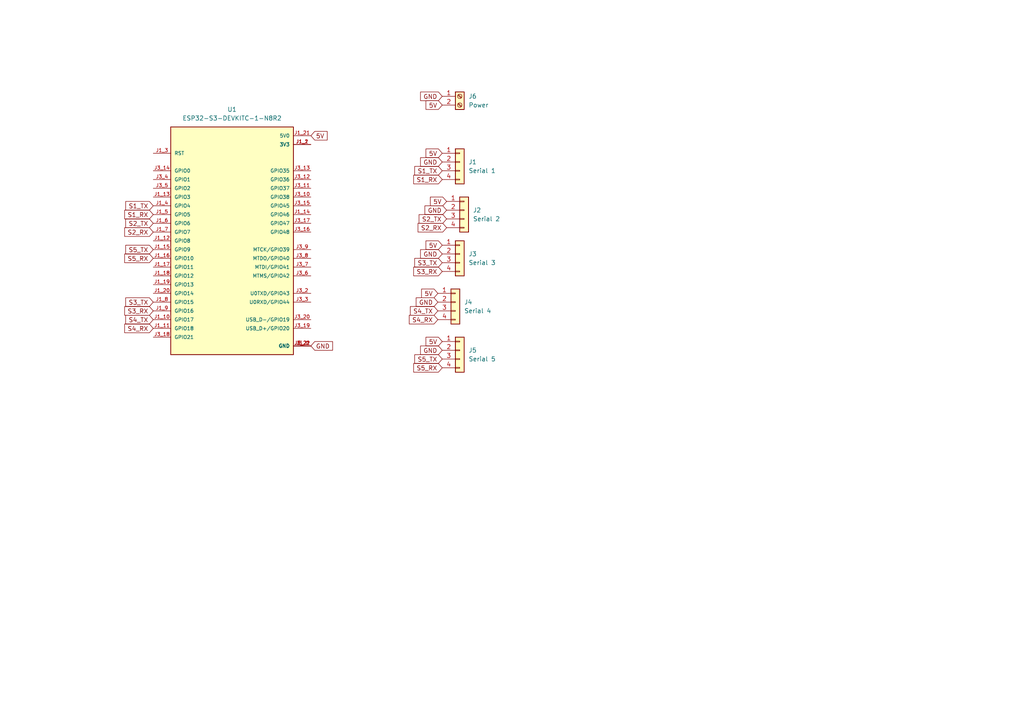
<source format=kicad_sch>
(kicad_sch (version 20250114) (generator "eeschema") (generator_version "9.0")
  (paper "A4")
  (lib_symbols
    (symbol "Connector:Screw_Terminal_01x02" (pin_names (offset 1.016) (hide yes))
      (property "Reference" "J" (at 0 2.54 0))
      (property "Value" "Screw_Terminal_01x02" (at 0 -5.08 0))
      (symbol "Screw_Terminal_01x02_1_1"
        (rectangle (start -1.27 1.27) (end 1.27 -3.81) (stroke (width 0.254)) (fill (type background)))
        (polyline (pts (xy -0.5334 0.3302) (xy 0.3302 -0.508)) (stroke (width 0.1524)))
        (polyline (pts (xy -0.5334 -2.2098) (xy 0.3302 -3.048)) (stroke (width 0.1524)))
        (polyline (pts (xy -0.3556 0.508) (xy 0.508 -0.3302)) (stroke (width 0.1524)))
        (polyline (pts (xy -0.3556 -2.032) (xy 0.508 -2.8702)) (stroke (width 0.1524)))
        (circle (center 0 0) (radius 0.635) (stroke (width 0.1524)))
        (circle (center 0 -2.54) (radius 0.635) (stroke (width 0.1524)))
        (pin passive line (at -5.08 0 0) (length 3.81) (name "Pin_1") (number "1"))
        (pin passive line (at -5.08 -2.54 0) (length 3.81) (name "Pin_2") (number "2"))
      )
    )
    (symbol "Connector_Generic:Conn_01x04" (pin_names (offset 1.016) (hide yes))
      (property "Reference" "J" (at 0 5.08 0))
      (property "Value" "Conn_01x04" (at 0 -7.62 0))
      (symbol "Conn_01x04_1_1"
        (rectangle (start -1.27 3.81) (end 1.27 -6.35) (stroke (width 0.254)) (fill (type background)))
        (rectangle (start -1.27 2.667) (end 0 2.413) (stroke (width 0.1524)))
        (rectangle (start -1.27 0.127) (end 0 -0.127) (stroke (width 0.1524)))
        (rectangle (start -1.27 -2.413) (end 0 -2.667) (stroke (width 0.1524)))
        (rectangle (start -1.27 -4.953) (end 0 -5.207) (stroke (width 0.1524)))
        (pin passive line (at -5.08 2.54 0) (length 3.81) (name "Pin_1") (number "1"))
        (pin passive line (at -5.08 0 0) (length 3.81) (name "Pin_2") (number "2"))
        (pin passive line (at -5.08 -2.54 0) (length 3.81) (name "Pin_3") (number "3"))
        (pin passive line (at -5.08 -5.08 0) (length 3.81) (name "Pin_4") (number "4"))
      )
    )
    (symbol "ESP32-S3-DEVKITC-1-N8R2:ESP32-S3-DEVKITC-1-N8R2" (pin_names (offset 1.016))
      (property "Reference" "U" (at -17.78 35.56 0))
      (property "Value" "ESP32-S3-DEVKITC-1-N8R2" (at -17.78 -35.56 0))
      (symbol "ESP32-S3-DEVKITC-1-N8R2_0_0"
        (rectangle (start -17.78 -33.02) (end 17.78 33.02) (stroke (width 0.254)) (fill (type background)))
        (pin input line (at -22.86 25.4 0) (length 5.08) (name "RST") (number "J1_3"))
        (pin bidirectional line (at -22.86 20.32 0) (length 5.08) (name "GPIO0") (number "J3_14"))
        (pin bidirectional line (at -22.86 17.78 0) (length 5.08) (name "GPIO1") (number "J3_4"))
        (pin bidirectional line (at -22.86 15.24 0) (length 5.08) (name "GPIO2") (number "J3_5"))
        (pin bidirectional line (at -22.86 12.7 0) (length 5.08) (name "GPIO3") (number "J1_13"))
        (pin bidirectional line (at -22.86 10.16 0) (length 5.08) (name "GPIO4") (number "J1_4"))
        (pin bidirectional line (at -22.86 7.62 0) (length 5.08) (name "GPIO5") (number "J1_5"))
        (pin bidirectional line (at -22.86 5.08 0) (length 5.08) (name "GPIO6") (number "J1_6"))
        (pin bidirectional line (at -22.86 2.54 0) (length 5.08) (name "GPIO7") (number "J1_7"))
        (pin bidirectional line (at -22.86 0 0) (length 5.08) (name "GPIO8") (number "J1_12"))
        (pin bidirectional line (at -22.86 -2.54 0) (length 5.08) (name "GPIO9") (number "J1_15"))
        (pin bidirectional line (at -22.86 -5.08 0) (length 5.08) (name "GPIO10") (number "J1_16"))
        (pin bidirectional line (at -22.86 -7.62 0) (length 5.08) (name "GPIO11") (number "J1_17"))
        (pin bidirectional line (at -22.86 -10.16 0) (length 5.08) (name "GPIO12") (number "J1_18"))
        (pin bidirectional line (at -22.86 -12.7 0) (length 5.08) (name "GPIO13") (number "J1_19"))
        (pin bidirectional line (at -22.86 -15.24 0) (length 5.08) (name "GPIO14") (number "J1_20"))
        (pin bidirectional line (at -22.86 -17.78 0) (length 5.08) (name "GPIO15") (number "J1_8"))
        (pin bidirectional line (at -22.86 -20.32 0) (length 5.08) (name "GPIO16") (number "J1_9"))
        (pin bidirectional line (at -22.86 -22.86 0) (length 5.08) (name "GPIO17") (number "J1_10"))
        (pin bidirectional line (at -22.86 -25.4 0) (length 5.08) (name "GPIO18") (number "J1_11"))
        (pin bidirectional line (at -22.86 -27.94 0) (length 5.08) (name "GPIO21") (number "J3_18"))
        (pin power_in line (at 22.86 30.48 180) (length 5.08) (name "5V0") (number "J1_21"))
        (pin power_in line (at 22.86 27.94 180) (length 5.08) (name "3V3") (number "J1_1"))
        (pin power_in line (at 22.86 27.94 180) (length 5.08) (name "3V3") (number "J1_2"))
        (pin bidirectional line (at 22.86 20.32 180) (length 5.08) (name "GPIO35") (number "J3_13"))
        (pin bidirectional line (at 22.86 17.78 180) (length 5.08) (name "GPIO36") (number "J3_12"))
        (pin bidirectional line (at 22.86 15.24 180) (length 5.08) (name "GPIO37") (number "J3_11"))
        (pin bidirectional line (at 22.86 12.7 180) (length 5.08) (name "GPIO38") (number "J3_10"))
        (pin bidirectional line (at 22.86 10.16 180) (length 5.08) (name "GPIO45") (number "J3_15"))
        (pin bidirectional line (at 22.86 7.62 180) (length 5.08) (name "GPIO46") (number "J1_14"))
        (pin bidirectional line (at 22.86 5.08 180) (length 5.08) (name "GPIO47") (number "J3_17"))
        (pin bidirectional line (at 22.86 2.54 180) (length 5.08) (name "GPIO48") (number "J3_16"))
        (pin bidirectional line (at 22.86 -2.54 180) (length 5.08) (name "MTCK/GPIO39") (number "J3_9"))
        (pin bidirectional line (at 22.86 -5.08 180) (length 5.08) (name "MTDO/GPIO40") (number "J3_8"))
        (pin bidirectional line (at 22.86 -7.62 180) (length 5.08) (name "MTDI/GPIO41") (number "J3_7"))
        (pin bidirectional line (at 22.86 -10.16 180) (length 5.08) (name "MTMS/GPIO42") (number "J3_6"))
        (pin bidirectional line (at 22.86 -15.24 180) (length 5.08) (name "U0TXD/GPIO43") (number "J3_2"))
        (pin bidirectional line (at 22.86 -17.78 180) (length 5.08) (name "U0RXD/GPIO44") (number "J3_3"))
        (pin bidirectional line (at 22.86 -22.86 180) (length 5.08) (name "USB_D-/GPIO19") (number "J3_20"))
        (pin bidirectional line (at 22.86 -25.4 180) (length 5.08) (name "USB_D+/GPIO20") (number "J3_19"))
        (pin power_in line (at 22.86 -30.48 180) (length 5.08) (name "GND") (number "J1_22"))
        (pin power_in line (at 22.86 -30.48 180) (length 5.08) (name "GND") (number "J3_1"))
        (pin power_in line (at 22.86 -30.48 180) (length 5.08) (name "GND") (number "J3_21"))
        (pin power_in line (at 22.86 -30.48 180) (length 5.08) (name "GND") (number "J3_22"))
      )
    )
  )
  (global_label "GND" (shape input) (at 127 87.63 180) (property "Intersheetrefs" "${INTERSHEET_REFS}" (effects (hide yes))))
  (global_label "S2_RX" (shape input) (at 129.54 66.04 180) (property "Intersheetrefs" "${INTERSHEET_REFS}" (effects (hide yes))))
  (global_label "S4_TX" (shape input) (at 44.45 92.71 180) (property "Intersheetrefs" "${INTERSHEET_REFS}" (effects (hide yes))))
  (global_label "5V" (shape input) (at 128.27 71.12 180) (property "Intersheetrefs" "${INTERSHEET_REFS}" (effects (hide yes))))
  (global_label "5V" (shape input) (at 128.27 99.06 180) (property "Intersheetrefs" "${INTERSHEET_REFS}" (effects (hide yes))))
  (global_label "S3_RX" (shape input) (at 44.45 90.17 180) (property "Intersheetrefs" "${INTERSHEET_REFS}" (effects (hide yes))))
  (global_label "5V" (shape input) (at 90.17 39.37 0) (property "Intersheetrefs" "${INTERSHEET_REFS}" (effects (hide yes))))
  (global_label "S1_TX" (shape input) (at 44.45 59.69 180) (property "Intersheetrefs" "${INTERSHEET_REFS}" (effects (hide yes))))
  (global_label "S2_TX" (shape input) (at 44.45 64.77 180) (property "Intersheetrefs" "${INTERSHEET_REFS}" (effects (hide yes))))
  (global_label "S5_RX" (shape input) (at 44.45 74.93 180) (property "Intersheetrefs" "${INTERSHEET_REFS}" (effects (hide yes))))
  (global_label "GND" (shape input) (at 129.54 60.96 180) (property "Intersheetrefs" "${INTERSHEET_REFS}" (effects (hide yes))))
  (global_label "S5_TX" (shape input) (at 128.27 104.14 180) (property "Intersheetrefs" "${INTERSHEET_REFS}" (effects (hide yes))))
  (global_label "S4_TX" (shape input) (at 127 90.17 180) (property "Intersheetrefs" "${INTERSHEET_REFS}" (effects (hide yes))))
  (global_label "S1_TX" (shape input) (at 128.27 49.53 180) (property "Intersheetrefs" "${INTERSHEET_REFS}" (effects (hide yes))))
  (global_label "5V" (shape input) (at 127 85.09 180) (property "Intersheetrefs" "${INTERSHEET_REFS}" (effects (hide yes))))
  (global_label "S2_RX" (shape input) (at 44.45 67.31 180) (property "Intersheetrefs" "${INTERSHEET_REFS}" (effects (hide yes))))
  (global_label "GND" (shape input) (at 90.17 100.33 0) (property "Intersheetrefs" "${INTERSHEET_REFS}" (effects (hide yes))))
  (global_label "S3_TX" (shape input) (at 128.27 76.2 180) (property "Intersheetrefs" "${INTERSHEET_REFS}" (effects (hide yes))))
  (global_label "5V" (shape input) (at 129.54 58.42 180) (property "Intersheetrefs" "${INTERSHEET_REFS}" (effects (hide yes))))
  (global_label "S5_TX" (shape input) (at 44.45 72.39 180) (property "Intersheetrefs" "${INTERSHEET_REFS}" (effects (hide yes))))
  (global_label "S3_RX" (shape input) (at 128.27 78.74 180) (property "Intersheetrefs" "${INTERSHEET_REFS}" (effects (hide yes))))
  (global_label "5V" (shape input) (at 128.27 44.45 180) (property "Intersheetrefs" "${INTERSHEET_REFS}" (effects (hide yes))))
  (global_label "GND" (shape input) (at 128.27 101.6 180) (property "Intersheetrefs" "${INTERSHEET_REFS}" (effects (hide yes))))
  (global_label "S4_RX" (shape input) (at 127 92.71 180) (property "Intersheetrefs" "${INTERSHEET_REFS}" (effects (hide yes))))
  (global_label "S5_RX" (shape input) (at 128.27 106.68 180) (property "Intersheetrefs" "${INTERSHEET_REFS}" (effects (hide yes))))
  (global_label "S1_RX" (shape input) (at 44.45 62.23 180) (property "Intersheetrefs" "${INTERSHEET_REFS}" (effects (hide yes))))
  (global_label "S4_RX" (shape input) (at 44.45 95.25 180) (property "Intersheetrefs" "${INTERSHEET_REFS}" (effects (hide yes))))
  (global_label "5V" (shape input) (at 128.27 30.48 180) (property "Intersheetrefs" "${INTERSHEET_REFS}" (effects (hide yes))))
  (global_label "S2_TX" (shape input) (at 129.54 63.5 180) (property "Intersheetrefs" "${INTERSHEET_REFS}" (effects (hide yes))))
  (global_label "GND" (shape input) (at 128.27 27.94 180) (property "Intersheetrefs" "${INTERSHEET_REFS}" (effects (hide yes))))
  (global_label "S1_RX" (shape input) (at 128.27 52.07 180) (property "Intersheetrefs" "${INTERSHEET_REFS}" (effects (hide yes))))
  (global_label "S3_TX" (shape input) (at 44.45 87.63 180) (property "Intersheetrefs" "${INTERSHEET_REFS}" (effects (hide yes))))
  (global_label "GND" (shape input) (at 128.27 46.99 180) (property "Intersheetrefs" "${INTERSHEET_REFS}" (effects (hide yes))))
  (global_label "GND" (shape input) (at 128.27 73.66 180) (property "Intersheetrefs" "${INTERSHEET_REFS}" (effects (hide yes))))
  (symbol (lib_id "Connector_Generic:Conn_01x04") (at 134.62 60.96 0) (unit 1)
    (property "Reference" "J2" (at 137.16 60.9599 0) (effects (justify left)))
    (property "Value" "Serial 2" (at 137.16 63.4999 0) (effects (justify left)))
    (property "Footprint" "Connector_PinHeader_2.54mm:PinHeader_1x04_P2.54mm_Vertical" (effects (hide yes)))
    (property "Description" "Generic connector, single row, 01x04, script generated (kicad-library-utils/schlib/autogen/connector/)" (effects (hide yes)))
  )
  (symbol (lib_id "Connector:Screw_Terminal_01x02") (at 133.35 27.94 0) (unit 1)
    (property "Reference" "J6" (at 135.89 27.9399 0) (effects (justify left)))
    (property "Value" "Power" (at 135.89 30.4799 0) (effects (justify left)))
    (property "Footprint" "TerminalBlock_Phoenix:TerminalBlock_Phoenix_MKDS-1,5-2-5.08_1x02_P5.08mm_Horizontal" (effects (hide yes)))
    (property "Description" "Generic screw terminal, single row, 01x02, script generated (kicad-library-utils/schlib/autogen/connector/)" (effects (hide yes)))
  )
  (symbol (lib_id "Connector_Generic:Conn_01x04") (at 133.35 73.66 0) (unit 1)
    (property "Reference" "J3" (at 135.89 73.6599 0) (effects (justify left)))
    (property "Value" "Serial 3" (at 135.89 76.1999 0) (effects (justify left)))
    (property "Footprint" "Connector_PinHeader_2.54mm:PinHeader_1x04_P2.54mm_Vertical" (effects (hide yes)))
    (property "Description" "Generic connector, single row, 01x04, script generated (kicad-library-utils/schlib/autogen/connector/)" (effects (hide yes)))
  )
  (symbol (lib_id "Connector_Generic:Conn_01x04") (at 132.08 87.63 0) (unit 1)
    (property "Reference" "J4" (at 134.62 87.6299 0) (effects (justify left)))
    (property "Value" "Serial 4" (at 134.62 90.1699 0) (effects (justify left)))
    (property "Footprint" "Connector_PinHeader_2.54mm:PinHeader_1x04_P2.54mm_Vertical" (effects (hide yes)))
    (property "Description" "Generic connector, single row, 01x04, script generated (kicad-library-utils/schlib/autogen/connector/)" (effects (hide yes)))
  )
  (symbol (lib_id "Connector_Generic:Conn_01x04") (at 133.35 46.99 0) (unit 1)
    (property "Reference" "J1" (at 135.89 46.9899 0) (effects (justify left)))
    (property "Value" "Serial 1" (at 135.89 49.5299 0) (effects (justify left)))
    (property "Footprint" "Connector_PinHeader_2.54mm:PinHeader_1x04_P2.54mm_Vertical" (effects (hide yes)))
    (property "Description" "Generic connector, single row, 01x04, script generated (kicad-library-utils/schlib/autogen/connector/)" (effects (hide yes)))
  )
  (symbol (lib_id "ESP32-S3-DEVKITC-1-N8R2:ESP32-S3-DEVKITC-1-N8R2") (at 67.31 69.85 0) (unit 1)
    (property "Reference" "U1" (at 67.31 31.75 0))
    (property "Value" "ESP32-S3-DEVKITC-1-N8R2" (at 67.31 34.29 0))
    (property "Footprint" "custom:XCVR_ESP32-S3-DEVKITC-1-N8R2" (effects (hide yes)))
    (property "MF" "Espressif Systems" (effects (hide yes)))
    (property "Description_1" "WiFi Development Tools - 802.11 ESP32-S3 general-purpose development board, embeds ESP32-S3-WROOM-1-N8R2, with pin header" (effects (hide yes)))
    (property "Package" "None" (effects (hide yes)))
    (property "Price" "None" (effects (hide yes)))
    (property "Check_prices" "https://www.snapeda.com/parts/ESP32-S3-DEVKITC-1-N8R2/Espressif+Systems/view-part/?ref=eda" (effects (hide yes)))
    (property "STANDARD" "Manufacturer Recommendations" (effects (hide yes)))
    (property "PARTREV" "V1" (effects (hide yes)))
    (property "SnapEDA_Link" "https://www.snapeda.com/parts/ESP32-S3-DEVKITC-1-N8R2/Espressif+Systems/view-part/?ref=snap" (effects (hide yes)))
    (property "MP" "ESP32-S3-DEVKITC-1-N8R2" (effects (hide yes)))
    (property "Availability" "In Stock" (effects (hide yes)))
    (property "MANUFACTURER" "Espressif" (effects (hide yes)))
  )
  (symbol (lib_id "Connector_Generic:Conn_01x04") (at 133.35 101.6 0) (unit 1)
    (property "Reference" "J5" (at 135.89 101.5999 0) (effects (justify left)))
    (property "Value" "Serial 5" (at 135.89 104.1399 0) (effects (justify left)))
    (property "Footprint" "Connector_PinHeader_2.54mm:PinHeader_1x04_P2.54mm_Vertical" (effects (hide yes)))
    (property "Description" "Generic connector, single row, 01x04, script generated (kicad-library-utils/schlib/autogen/connector/)" (effects (hide yes)))
  )
)
</source>
